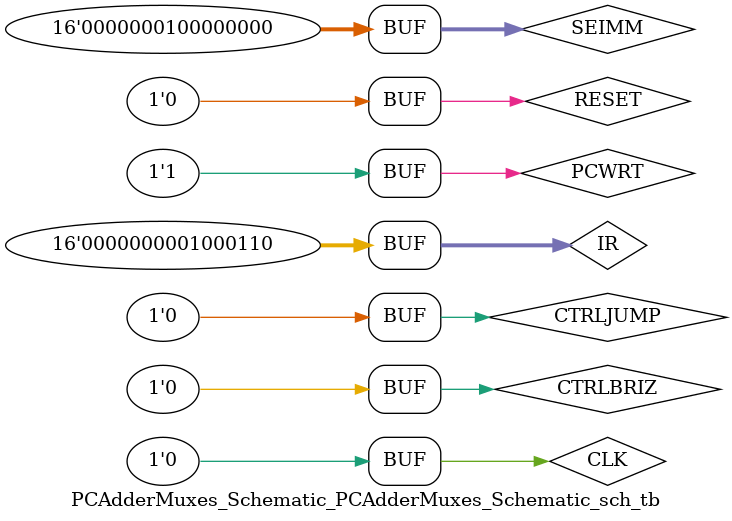
<source format=v>

`timescale 1ns / 1ps

module PCAdderMuxes_Schematic_PCAdderMuxes_Schematic_sch_tb();

// Inputs
   reg CLK;
   reg PCWRT;
   reg RESET;
   reg [15:0] SEIMM;
   reg [15:0] IR;
   reg CTRLBRIZ;
   reg CTRLJUMP;

// Output
   wire [15:0] PC_IN;

// Bidirs

// Instantiate the UUT
   PCAdderMuxes_Schematic UUT (
		.CLK(CLK), 
		.PCWRT(PCWRT), 
		.RESET(RESET), 
		.SEIMM(SEIMM), 
		.IR(IR), 
		.CTRLBRIZ(CTRLBRIZ), 
		.PC_IN(PC_IN), 
		.CTRLJUMP(CTRLJUMP)
   );
// Initialize Inputs
	initial begin
		CLK = 0;
		PCWRT = 0;
		RESET = 0;
		SEIMM = 0;
		IR = 0;
		CTRLBRIZ = 0;
		CTRLJUMP = 0;
		
		#100;
		RESET=1;
		CLK=1; #5; CLK=0; #5;
		RESET=0; PCWRT=0; 
		CLK=1; #5; CLK=0; #5;
		PCWRT=1; 
		CLK=1; #5; CLK=0; #5;
		CLK=1; #5; CLK=0; #5;
		CTRLBRIZ=1; SEIMM=256;
		CLK=1; #5; CLK=0; #5;
		CLK=1; #5; CLK=0; #5;
		CTRLBRIZ=0; CTRLJUMP=1; IR=70;
		CLK=1; #5; CLK=0; #5;
		CLK=1; #5; CLK=0; #5;
		CTRLJUMP=0;
		CLK=1; #5; CLK=0; #5;
		CLK=1; #5; CLK=0; #5;
		
		
		
		
	end
endmodule

</source>
